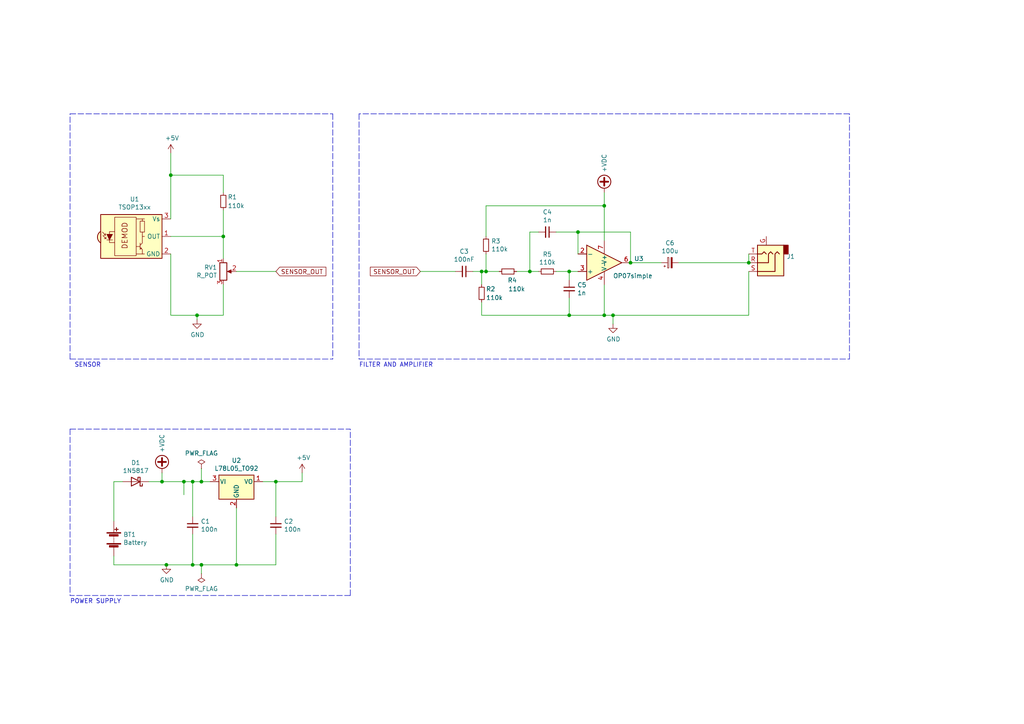
<source format=kicad_sch>
(kicad_sch (version 20211123) (generator eeschema)
  (paper "A4")
  (lib_symbols
    (symbol "Connector:AudioJack3_Ground"
      (property "Reference" "J" (at 0 8.89 0))
      (property "Value" "AudioJack3_Ground" (at 0 6.35 0))
      (symbol "AudioJack3_Ground_0_1"
        (rectangle (start -5.08 -2.54) (end -6.35 -5.08) (stroke (width 0.254)) (fill (type outline)))
        (polyline (pts (xy 0 -2.54) (xy 0.635 -3.175) (xy 1.27 -2.54) (xy 2.54 -2.54)) (stroke (width 0.254)))
        (polyline (pts (xy -1.905 -2.54) (xy -1.27 -3.175) (xy -0.635 -2.54) (xy -0.635 0) (xy 2.54 0)) (stroke (width 0.254)))
        (polyline (pts (xy 2.54 2.54) (xy -2.54 2.54) (xy -2.54 -2.54) (xy -3.175 -3.175) (xy -3.81 -2.54)) (stroke (width 0.254)))
        (rectangle (start 2.54 3.81) (end -5.08 -5.08) (stroke (width 0.254)) (fill (type background)))
      )
      (symbol "AudioJack3_Ground_1_1"
        (pin passive line (at 0 -7.62 90) (length 2.54) (name "~") (number "G"))
        (pin passive line (at 5.08 0 180) (length 2.54) (name "~") (number "R"))
        (pin passive line (at 5.08 2.54 180) (length 2.54) (name "~") (number "S"))
        (pin passive line (at 5.08 -2.54 180) (length 2.54) (name "~") (number "T"))
      )
    )
    (symbol "Device:Battery" (pin_numbers hide) (pin_names (offset 0) hide)
      (property "Reference" "BT" (at 2.54 2.54 0))
      (property "Value" "Battery" (at 2.54 0 0))
      (symbol "Battery_0_1"
        (rectangle (start -2.032 -1.397) (end 2.032 -1.651) (fill (type outline)))
        (rectangle (start -2.032 1.778) (end 2.032 1.524) (fill (type outline)))
        (rectangle (start -1.3208 -1.9812) (end 1.27 -2.4892) (fill (type outline)))
        (rectangle (start -1.3208 1.1938) (end 1.27 0.6858) (fill (type outline)))
        (polyline (pts (xy 0 -1.524) (xy 0 -1.27)))
        (polyline (pts (xy 0 -1.016) (xy 0 -0.762)))
        (polyline (pts (xy 0 -0.508) (xy 0 -0.254)))
        (polyline (pts (xy 0 0) (xy 0 0.254)))
        (polyline (pts (xy 0 0.508) (xy 0 0.762)))
        (polyline (pts (xy 0 1.778) (xy 0 2.54)))
        (polyline (pts (xy 0.254 2.667) (xy 1.27 2.667)) (stroke (width 0.254)))
        (polyline (pts (xy 0.762 3.175) (xy 0.762 2.159)) (stroke (width 0.254)))
      )
      (symbol "Battery_1_1"
        (pin passive line (at 0 5.08 270) (length 2.54) (name "+") (number "1"))
        (pin passive line (at 0 -5.08 90) (length 2.54) (name "-") (number "2"))
      )
    )
    (symbol "Device:CP_Small" (pin_numbers hide) (pin_names (offset 0.254) hide)
      (property "Reference" "C" (at 0.254 1.778 0))
      (property "Value" "Device_CP_Small" (at 0.254 -2.032 0))
      (symbol "CP_Small_0_1"
        (rectangle (start -1.524 -0.3048) (end 1.524 -0.6858) (fill (type outline)))
        (rectangle (start -1.524 0.6858) (end 1.524 0.3048))
        (polyline (pts (xy -1.27 1.524) (xy -0.762 1.524)))
        (polyline (pts (xy -1.016 1.27) (xy -1.016 1.778)))
      )
      (symbol "CP_Small_1_1"
        (pin passive line (at 0 2.54 270) (length 1.8542) (name "~") (number "1"))
        (pin passive line (at 0 -2.54 90) (length 1.8542) (name "~") (number "2"))
      )
    )
    (symbol "Device:C_Small" (pin_numbers hide) (pin_names (offset 0.254) hide)
      (property "Reference" "C" (at 0.254 1.778 0))
      (property "Value" "C_Small" (at 0.254 -2.032 0))
      (symbol "C_Small_0_1"
        (polyline (pts (xy -1.524 -0.508) (xy 1.524 -0.508)) (stroke (width 0.3302)))
        (polyline (pts (xy -1.524 0.508) (xy 1.524 0.508)) (stroke (width 0.3048)))
      )
      (symbol "C_Small_1_1"
        (pin passive line (at 0 2.54 270) (length 2.032) (name "~") (number "1"))
        (pin passive line (at 0 -2.54 90) (length 2.032) (name "~") (number "2"))
      )
    )
    (symbol "Device:R_POT" (pin_names (offset 1.016) hide)
      (property "Reference" "RV" (at -4.445 0 90))
      (property "Value" "Device_R_POT" (at -2.54 0 90))
      (symbol "R_POT_0_1"
        (polyline (pts (xy 2.54 0) (xy 1.524 0)))
        (polyline (pts (xy 1.143 0) (xy 2.286 0.508) (xy 2.286 -0.508) (xy 1.143 0)) (fill (type outline)))
        (rectangle (start 1.016 2.54) (end -1.016 -2.54) (stroke (width 0.254)))
      )
      (symbol "R_POT_1_1"
        (pin passive line (at 0 3.81 270) (length 1.27) (name "1") (number "1"))
        (pin passive line (at 3.81 0 180) (length 1.27) (name "2") (number "2"))
        (pin passive line (at 0 -3.81 90) (length 1.27) (name "3") (number "3"))
      )
    )
    (symbol "Device:R_Small" (pin_numbers hide) (pin_names (offset 0.254) hide)
      (property "Reference" "R" (at 0.762 0.508 0))
      (property "Value" "R_Small" (at 0.762 -1.016 0))
      (symbol "R_Small_0_1"
        (rectangle (start -0.762 1.778) (end 0.762 -1.778) (stroke (width 0.2032)))
      )
      (symbol "R_Small_1_1"
        (pin passive line (at 0 2.54 270) (length 0.762) (name "~") (number "1"))
        (pin passive line (at 0 -2.54 90) (length 0.762) (name "~") (number "2"))
      )
    )
    (symbol "Diode:1N5817" (pin_numbers hide) (pin_names (offset 1.016) hide)
      (property "Reference" "D" (at 0 2.54 0))
      (property "Value" "1N5817" (at 0 -2.54 0))
      (symbol "1N5817_0_1"
        (polyline (pts (xy 1.27 0) (xy -1.27 0)))
        (polyline (pts (xy 1.27 1.27) (xy 1.27 -1.27) (xy -1.27 0) (xy 1.27 1.27)) (stroke (width 0.254)))
        (polyline (pts (xy -1.905 0.635) (xy -1.905 1.27) (xy -1.27 1.27) (xy -1.27 -1.27) (xy -0.635 -1.27) (xy -0.635 -0.635)) (stroke (width 0.254)))
      )
      (symbol "1N5817_1_1"
        (pin passive line (at -3.81 0 0) (length 2.54) (name "K") (number "1"))
        (pin passive line (at 3.81 0 180) (length 2.54) (name "A") (number "2"))
      )
    )
    (symbol "Regulator_Linear:L78L05_TO92" (pin_names (offset 0.254))
      (property "Reference" "U" (at -3.81 3.175 0))
      (property "Value" "L78L05_TO92" (at 0 3.175 0))
      (symbol "L78L05_TO92_0_1"
        (rectangle (start -5.08 -5.08) (end 5.08 1.905) (stroke (width 0.254)) (fill (type background)))
      )
      (symbol "L78L05_TO92_1_1"
        (pin power_out line (at 7.62 0 180) (length 2.54) (name "VO") (number "1"))
        (pin power_in line (at 0 -7.62 90) (length 2.54) (name "GND") (number "2"))
        (pin power_in line (at -7.62 0 0) (length 2.54) (name "VI") (number "3"))
      )
    )
    (symbol "local:OP07simple" (pin_names (offset 0.127))
      (property "Reference" "U" (at 1.27 6.35 0))
      (property "Value" "OP07simple" (at 1.27 3.81 0))
      (symbol "OP07simple_0_1"
        (polyline (pts (xy -5.08 5.08) (xy 5.08 0) (xy -5.08 -5.08) (xy -5.08 5.08)) (stroke (width 0.254)) (fill (type background)))
      )
      (symbol "OP07simple_1_1"
        (pin no_connect line (at -2.54 0 90) (length 0) hide (name "~") (number "1"))
        (pin input line (at -7.62 2.54 0) (length 2.54) (name "-") (number "2"))
        (pin input line (at -7.62 -2.54 0) (length 2.54) (name "+") (number "3"))
        (pin power_in line (at 0 -6.35 90) (length 3.81) (name "V-") (number "4"))
        (pin no_connect line (at -1.27 0 90) (length 0) hide (name "NC") (number "5"))
        (pin output line (at 7.62 0 180) (length 2.54) (name "~") (number "6"))
        (pin power_in line (at 0 6.35 270) (length 3.81) (name "V+") (number "7"))
        (pin no_connect line (at 1.27 0 90) (length 0) hide (name "~") (number "8"))
      )
    )
    (symbol "local:TSOP13xx"
      (property "Reference" "U" (at -10.16 7.62 0))
      (property "Value" "TSOP13xx" (at -10.16 -7.62 0))
      (symbol "TSOP13xx_0_0"
        (arc (start -10.287 1.397) (mid -11.0899 -0.1852) (end -10.287 -1.778) (stroke (width 0.254)) (fill (type background)))
        (polyline (pts (xy 1.905 -5.08) (xy 0.127 -5.08)))
        (polyline (pts (xy 1.905 5.08) (xy 0.127 5.08)))
        (text "DEMOD" (at -3.175 0.254 900) (effects (font (size 1.524 1.524))))
      )
      (symbol "TSOP13xx_0_1"
        (rectangle (start -6.096 5.588) (end 0.127 -5.588))
        (polyline (pts (xy -8.763 0.381) (xy -9.652 1.27)))
        (polyline (pts (xy -8.763 0.381) (xy -9.271 0.381)))
        (polyline (pts (xy -8.763 0.381) (xy -8.763 0.889)))
        (polyline (pts (xy -8.636 -0.635) (xy -9.525 0.254)))
        (polyline (pts (xy -8.636 -0.635) (xy -9.144 -0.635)))
        (polyline (pts (xy -8.636 -0.635) (xy -8.636 -0.127)))
        (polyline (pts (xy -8.382 -1.016) (xy -6.731 -1.016)))
        (polyline (pts (xy 1.27 -2.921) (xy 0.127 -2.921)))
        (polyline (pts (xy 1.27 -1.905) (xy 1.27 -3.81)))
        (polyline (pts (xy 1.397 -3.556) (xy 1.524 -3.556)))
        (polyline (pts (xy 1.651 -3.556) (xy 1.524 -3.556)))
        (polyline (pts (xy 1.651 -3.556) (xy 1.651 -3.302)))
        (polyline (pts (xy 1.905 0) (xy 1.905 1.27)))
        (polyline (pts (xy 1.905 4.445) (xy 1.905 5.08) (xy 2.54 5.08)))
        (polyline (pts (xy -8.382 0.635) (xy -6.731 0.635) (xy -7.62 -1.016) (xy -8.382 0.635)) (fill (type outline)))
        (polyline (pts (xy -6.096 1.397) (xy -7.62 1.397) (xy -7.62 -1.778) (xy -6.096 -1.778)))
        (polyline (pts (xy 1.27 -3.175) (xy 1.905 -3.81) (xy 1.905 -5.08) (xy 2.54 -5.08)))
        (polyline (pts (xy 1.27 -2.54) (xy 1.905 -1.905) (xy 1.905 0) (xy 2.54 0)))
        (rectangle (start 2.54 1.27) (end 1.27 4.445))
        (rectangle (start 7.62 6.35) (end -10.16 -6.35) (stroke (width 0.254)) (fill (type background)))
      )
      (symbol "TSOP13xx_1_1"
        (pin output line (at 10.16 0 180) (length 2.54) (name "OUT") (number "1"))
        (pin power_in line (at 10.16 -5.08 180) (length 2.54) (name "GND") (number "2"))
        (pin power_in line (at 10.16 5.08 180) (length 2.54) (name "Vs") (number "3"))
      )
    )
    (symbol "power:+5V" (power) (pin_names (offset 0))
      (property "Value" "+5V" (at 0 3.556 0))
      (symbol "+5V_0_1"
        (polyline (pts (xy -0.762 1.27) (xy 0 2.54)))
        (polyline (pts (xy 0 0) (xy 0 2.54)))
        (polyline (pts (xy 0 2.54) (xy 0.762 1.27)))
      )
      (symbol "+5V_1_1"
        (pin power_in line (at 0 0 90) (length 0) hide (name "+5V") (number "1"))
      )
    )
    (symbol "power:+VDC" (power) (pin_names (offset 0))
      (property "Value" "+VDC" (at 0 6.35 0))
      (symbol "+VDC_0_1"
        (polyline (pts (xy -1.143 3.175) (xy 1.143 3.175)) (stroke (width 0.508)))
        (polyline (pts (xy 0 0) (xy 0 1.27)))
        (polyline (pts (xy 0 2.032) (xy 0 4.318)) (stroke (width 0.508)))
        (circle (center 0 3.175) (radius 1.905) (stroke (width 0.254)))
      )
      (symbol "+VDC_1_1"
        (pin power_in line (at 0 0 90) (length 0) hide (name "+VDC") (number "1"))
      )
    )
    (symbol "power:GND" (power) (pin_names (offset 0))
      (property "Value" "GND" (at 0 -3.81 0))
      (symbol "GND_0_1"
        (polyline (pts (xy 0 0) (xy 0 -1.27) (xy 1.27 -1.27) (xy 0 -2.54) (xy -1.27 -1.27) (xy 0 -1.27)))
      )
      (symbol "GND_1_1"
        (pin power_in line (at 0 0 270) (length 0) hide (name "GND") (number "1"))
      )
    )
    (symbol "power:PWR_FLAG" (power) (pin_numbers hide) (pin_names (offset 0) hide)
      (property "Value" "PWR_FLAG" (at 0 3.81 0))
      (symbol "PWR_FLAG_0_0"
        (pin power_out line (at 0 0 90) (length 0) (name "pwr") (number "1"))
      )
      (symbol "PWR_FLAG_0_1"
        (polyline (pts (xy 0 0) (xy 0 1.27) (xy -1.016 1.905) (xy 0 2.54) (xy 1.016 1.905) (xy 0 1.27)))
      )
    )
  )
  (junction (at 49.53 50.8))
  (junction (at 153.67 78.74))
  (junction (at 167.64 67.31))
  (junction (at 58.42 139.7))
  (junction (at 139.7 78.74))
  (junction (at 165.1 78.74))
  (junction (at 55.88 163.83))
  (junction (at 217.17 76.2))
  (junction (at 68.58 163.83))
  (junction (at 46.99 139.7))
  (junction (at 55.88 139.7))
  (junction (at 177.8 91.44))
  (junction (at 53.34 139.7))
  (junction (at 80.01 139.7))
  (junction (at 64.77 68.58))
  (junction (at 140.97 78.74))
  (junction (at 182.88 76.2))
  (junction (at 48.26 163.83))
  (junction (at 165.1 91.44))
  (junction (at 58.42 163.83))
  (junction (at 175.26 59.69))
  (junction (at 57.15 91.44))
  (junction (at 175.26 91.44))
  (wire (pts (xy 55.88 139.7) (xy 58.42 139.7)))
  (wire (pts (xy 58.42 139.7) (xy 60.96 139.7)))
  (wire (pts (xy 49.53 50.8) (xy 64.77 50.8)))
  (polyline (pts (xy 20.32 33.02) (xy 96.52 33.02)))
  (wire (pts (xy 165.1 78.74) (xy 165.1 81.28)))
  (wire (pts (xy 177.8 93.98) (xy 177.8 91.44)))
  (wire (pts (xy 58.42 163.83) (xy 68.58 163.83)))
  (wire (pts (xy 175.26 59.69) (xy 175.26 69.85)))
  (wire (pts (xy 217.17 78.74) (xy 217.17 91.44)))
  (wire (pts (xy 175.26 55.88) (xy 175.26 59.69)))
  (polyline (pts (xy 104.14 33.02) (xy 104.14 104.14)))
  (wire (pts (xy 64.77 68.58) (xy 64.77 74.93)))
  (wire (pts (xy 48.26 163.83) (xy 55.88 163.83)))
  (wire (pts (xy 49.53 68.58) (xy 64.77 68.58)))
  (wire (pts (xy 46.99 137.16) (xy 46.99 139.7)))
  (wire (pts (xy 33.02 161.29) (xy 33.02 163.83)))
  (wire (pts (xy 137.16 78.74) (xy 139.7 78.74)))
  (wire (pts (xy 165.1 78.74) (xy 167.64 78.74)))
  (wire (pts (xy 43.18 139.7) (xy 46.99 139.7)))
  (wire (pts (xy 165.1 86.36) (xy 165.1 91.44)))
  (wire (pts (xy 64.77 60.96) (xy 64.77 68.58)))
  (wire (pts (xy 139.7 87.63) (xy 139.7 91.44)))
  (wire (pts (xy 55.88 149.86) (xy 55.88 139.7)))
  (wire (pts (xy 53.34 139.7) (xy 55.88 139.7)))
  (polyline (pts (xy 20.32 104.14) (xy 20.32 33.02)))
  (wire (pts (xy 153.67 67.31) (xy 153.67 78.74)))
  (polyline (pts (xy 246.38 104.14) (xy 246.38 33.02)))
  (wire (pts (xy 33.02 163.83) (xy 48.26 163.83)))
  (wire (pts (xy 175.26 82.55) (xy 175.26 91.44)))
  (wire (pts (xy 68.58 163.83) (xy 68.58 147.32)))
  (wire (pts (xy 87.63 139.7) (xy 87.63 137.16)))
  (wire (pts (xy 140.97 78.74) (xy 144.78 78.74)))
  (wire (pts (xy 161.29 67.31) (xy 167.64 67.31)))
  (wire (pts (xy 182.88 67.31) (xy 182.88 76.2)))
  (wire (pts (xy 140.97 73.66) (xy 140.97 78.74)))
  (polyline (pts (xy 104.14 104.14) (xy 246.38 104.14)))
  (wire (pts (xy 57.15 92.71) (xy 57.15 91.44)))
  (wire (pts (xy 175.26 91.44) (xy 177.8 91.44)))
  (wire (pts (xy 49.53 73.66) (xy 49.53 91.44)))
  (wire (pts (xy 68.58 163.83) (xy 80.01 163.83)))
  (wire (pts (xy 64.77 82.55) (xy 64.77 91.44)))
  (wire (pts (xy 80.01 163.83) (xy 80.01 154.94)))
  (wire (pts (xy 139.7 82.55) (xy 139.7 78.74)))
  (wire (pts (xy 139.7 91.44) (xy 165.1 91.44)))
  (wire (pts (xy 46.99 139.7) (xy 53.34 139.7)))
  (wire (pts (xy 156.21 67.31) (xy 153.67 67.31)))
  (wire (pts (xy 167.64 67.31) (xy 182.88 67.31)))
  (wire (pts (xy 80.01 139.7) (xy 87.63 139.7)))
  (wire (pts (xy 196.85 76.2) (xy 217.17 76.2)))
  (wire (pts (xy 121.92 78.74) (xy 132.08 78.74)))
  (wire (pts (xy 217.17 73.66) (xy 217.17 76.2)))
  (wire (pts (xy 153.67 78.74) (xy 156.21 78.74)))
  (polyline (pts (xy 101.6 172.72) (xy 101.6 124.46)))
  (wire (pts (xy 140.97 59.69) (xy 175.26 59.69)))
  (wire (pts (xy 33.02 139.7) (xy 35.56 139.7)))
  (wire (pts (xy 167.64 67.31) (xy 167.64 73.66)))
  (wire (pts (xy 177.8 91.44) (xy 217.17 91.44)))
  (wire (pts (xy 149.86 78.74) (xy 153.67 78.74)))
  (wire (pts (xy 49.53 91.44) (xy 57.15 91.44)))
  (polyline (pts (xy 101.6 172.72) (xy 20.32 172.72)))
  (wire (pts (xy 53.34 139.7) (xy 53.34 143.51)))
  (wire (pts (xy 140.97 68.58) (xy 140.97 59.69)))
  (wire (pts (xy 80.01 139.7) (xy 80.01 149.86)))
  (wire (pts (xy 33.02 139.7) (xy 33.02 151.13)))
  (wire (pts (xy 139.7 78.74) (xy 140.97 78.74)))
  (wire (pts (xy 55.88 154.94) (xy 55.88 163.83)))
  (wire (pts (xy 49.53 44.45) (xy 49.53 50.8)))
  (wire (pts (xy 76.2 139.7) (xy 80.01 139.7)))
  (wire (pts (xy 49.53 50.8) (xy 49.53 63.5)))
  (wire (pts (xy 58.42 135.89) (xy 58.42 139.7)))
  (wire (pts (xy 182.88 76.2) (xy 191.77 76.2)))
  (wire (pts (xy 64.77 50.8) (xy 64.77 55.88)))
  (polyline (pts (xy 20.32 124.46) (xy 20.32 172.72)))
  (polyline (pts (xy 246.38 33.02) (xy 104.14 33.02)))
  (polyline (pts (xy 20.32 124.46) (xy 101.6 124.46)))
  (wire (pts (xy 58.42 163.83) (xy 58.42 166.37)))
  (wire (pts (xy 55.88 163.83) (xy 58.42 163.83)))
  (wire (pts (xy 165.1 91.44) (xy 175.26 91.44)))
  (polyline (pts (xy 96.52 33.02) (xy 96.52 104.14)))
  (wire (pts (xy 161.29 78.74) (xy 165.1 78.74)))
  (polyline (pts (xy 20.32 104.14) (xy 96.52 104.14)))
  (wire (pts (xy 57.15 91.44) (xy 64.77 91.44)))
  (wire (pts (xy 68.58 78.74) (xy 80.01 78.74)))
  (text "SENSOR" (at 21.59 106.68 0) (effects (font (size 1.27 1.27)) (justify left bottom)))
  (text "POWER SUPPLY\n" (at 20.32 175.26 0) (effects (font (size 1.27 1.27)) (justify left bottom)))
  (text "FILTER AND AMPLIFIER" (at 104.14 106.68 0) (effects (font (size 1.27 1.27)) (justify left bottom)))
  (global_label "SENSOR_OUT" (shape input) (at 121.92 78.74 180) (property "Intersheet References" "${INTERSHEET_REFS}" (effects hide)))
  (global_label "SENSOR_OUT" (shape input) (at 80.01 78.74 0) (property "Intersheet References" "${INTERSHEET_REFS}" (effects hide)))
  (symbol (lib_id "power:+VDC") (at 175.26 55.88 0) (unit 1)
    (property "Reference" "#PWR06" (effects hide))
    (property "Value" "+VDC" (at 175.26 50.038 90) (effects (justify left)))
  )
  (symbol (lib_id "power:GND") (at 177.8 93.98 0) (unit 1)
    (property "Reference" "#PWR07" (effects hide))
    (property "Value" "GND" (at 177.927 98.3742 0))
  )
  (symbol (lib_id "local:OP07simple") (at 175.26 76.2 0) (unit 1)
    (property "Reference" "U3" (at 183.9214 75.0316 0) (effects (justify left)))
    (property "Value" "OP07simple" (at 177.8 80.01 0) (effects (justify left)))
    (property "Footprint" "Package_DIP:DIP-8_W7.62mm_Socket" (effects hide))
  )
  (symbol (lib_id "Device:R_Small") (at 158.75 78.74 90) (unit 1)
    (property "Reference" "R5" (at 158.75 73.7616 90))
    (property "Value" "110k" (at 158.75 76.073 90))
    (property "Footprint" "Resistor_THT:R_Axial_DIN0207_L6.3mm_D2.5mm_P10.16mm_Horizontal" (effects hide))
  )
  (symbol (lib_id "Device:R_Small") (at 147.32 78.74 270) (unit 1)
    (property "Reference" "R4" (at 148.59 81.28 90))
    (property "Value" "110k" (at 149.86 83.82 90))
    (property "Footprint" "Resistor_THT:R_Axial_DIN0207_L6.3mm_D2.5mm_P10.16mm_Horizontal" (effects hide))
  )
  (symbol (lib_id "Device:C_Small") (at 165.1 83.82 0) (unit 1)
    (property "Reference" "C5" (at 167.4368 82.6516 0) (effects (justify left)))
    (property "Value" "1n" (at 167.4368 84.963 0) (effects (justify left)))
    (property "Footprint" "Capacitor_THT:C_Rect_L10.0mm_W5.0mm_P5.00mm_P7.50mm" (effects hide))
  )
  (symbol (lib_id "Device:C_Small") (at 158.75 67.31 270) (unit 1)
    (property "Reference" "C4" (at 158.75 61.4934 90))
    (property "Value" "1n" (at 158.75 63.8048 90))
    (property "Footprint" "Capacitor_THT:C_Rect_L10.0mm_W5.0mm_P5.00mm_P7.50mm" (effects hide))
  )
  (symbol (lib_id "Device:C_Small") (at 134.62 78.74 270) (unit 1)
    (property "Reference" "C3" (at 134.62 72.9234 90))
    (property "Value" "100nF" (at 134.62 75.2348 90))
    (property "Footprint" "Capacitor_THT:C_Disc_D10.0mm_W2.5mm_P5.00mm" (effects hide))
  )
  (symbol (lib_id "Device:R_Small") (at 140.97 71.12 0) (unit 1)
    (property "Reference" "R3" (at 142.4686 69.9516 0) (effects (justify left)))
    (property "Value" "110k" (at 142.4686 72.263 0) (effects (justify left)))
    (property "Footprint" "Resistor_THT:R_Axial_DIN0207_L6.3mm_D2.5mm_P10.16mm_Horizontal" (effects hide))
  )
  (symbol (lib_id "Device:R_Small") (at 139.7 85.09 0) (unit 1)
    (property "Reference" "R2" (at 140.97 83.82 0) (effects (justify left)))
    (property "Value" "110k" (at 140.97 86.36 0) (effects (justify left)))
    (property "Footprint" "Resistor_THT:R_Axial_DIN0207_L6.3mm_D2.5mm_P10.16mm_Horizontal" (effects hide))
  )
  (symbol (lib_id "Device:R_POT") (at 64.77 78.74 0) (unit 1)
    (property "Reference" "RV1" (at 62.992 77.5716 0) (effects (justify right)))
    (property "Value" "R_POT" (at 62.992 79.883 0) (effects (justify right)))
    (property "Footprint" "Potentiometer_THT:Potentiometer_Piher_PC-16_Single_Horizontal" (effects hide))
  )
  (symbol (lib_id "Device:CP_Small") (at 194.31 76.2 90) (unit 1)
    (property "Reference" "C6" (at 194.31 70.485 90))
    (property "Value" "100u" (at 194.31 72.7964 90))
    (property "Footprint" "Capacitor_THT:CP_Radial_D6.3mm_P2.50mm" (effects hide))
  )
  (symbol (lib_id "local:TSOP13xx") (at 39.37 68.58 0) (unit 1)
    (property "Reference" "U1" (at 39.0398 57.785 0))
    (property "Value" "TSOP13xx" (at 39.0398 60.0964 0))
    (property "Footprint" "OptoDevice:Vishay_MINIMOLD-3Pin" (effects hide))
    (property "Datasheet" "http://www.micropik.com/PDF/tsop17xx.pdf" (effects hide))
  )
  (symbol (lib_id "power:+5V") (at 49.53 44.45 0) (unit 1)
    (property "Reference" "#PWR03" (effects hide))
    (property "Value" "+5V" (at 49.911 40.0558 0))
  )
  (symbol (lib_id "Connector:AudioJack3_Ground") (at 222.25 76.2 180) (unit 1)
    (property "Reference" "J1" (at 228.1682 74.3966 0) (effects (justify right)))
    (property "Value" "AudioJack3_Ground" (effects hide))
    (property "Footprint" "40khz:TruConnect_3.5mm_StereoSocket" (effects hide))
  )
  (symbol (lib_id "Device:Battery") (at 33.02 156.21 0) (unit 1)
    (property "Reference" "BT1" (at 35.7632 155.0416 0) (effects (justify left)))
    (property "Value" "Battery" (at 35.7632 157.353 0) (effects (justify left)))
    (property "Footprint" "40khz:Battery_Keystone_968" (effects hide))
  )
  (symbol (lib_id "Regulator_Linear:L78L05_TO92") (at 68.58 139.7 0) (unit 1)
    (property "Reference" "U2" (at 68.58 133.5532 0))
    (property "Value" "L78L05_TO92" (at 68.58 135.8646 0))
    (property "Footprint" "Package_TO_SOT_THT:TO-92_Inline" (effects hide))
    (property "Datasheet" "http://www.st.com/content/ccc/resource/technical/document/datasheet/15/55/e5/aa/23/5b/43/fd/CD00000446.pdf/files/CD00000446.pdf/jcr:content/translations/en.CD00000446.pdf" (effects hide))
  )
  (symbol (lib_id "power:+VDC") (at 46.99 137.16 0) (unit 1)
    (property "Reference" "#PWR01" (effects hide))
    (property "Value" "+VDC" (at 46.99 131.318 90) (effects (justify left)))
  )
  (symbol (lib_id "power:GND") (at 48.26 163.83 0) (unit 1)
    (property "Reference" "#PWR02" (effects hide))
    (property "Value" "GND" (at 48.387 168.2242 0))
  )
  (symbol (lib_id "power:+5V") (at 87.63 137.16 0) (unit 1)
    (property "Reference" "#PWR05" (effects hide))
    (property "Value" "+5V" (at 88.011 132.7658 0))
  )
  (symbol (lib_id "Device:C_Small") (at 55.88 152.4 0) (unit 1)
    (property "Reference" "C1" (at 58.2168 151.2316 0) (effects (justify left)))
    (property "Value" "100n" (at 58.2168 153.543 0) (effects (justify left)))
    (property "Footprint" "Capacitor_THT:C_Disc_D10.0mm_W2.5mm_P5.00mm" (effects hide))
  )
  (symbol (lib_id "Device:C_Small") (at 80.01 152.4 0) (unit 1)
    (property "Reference" "C2" (at 82.3468 151.2316 0) (effects (justify left)))
    (property "Value" "100n" (at 82.3468 153.543 0) (effects (justify left)))
    (property "Footprint" "Capacitor_THT:C_Disc_D10.0mm_W2.5mm_P5.00mm" (effects hide))
  )
  (symbol (lib_id "Diode:1N5817") (at 39.37 139.7 180) (unit 1)
    (property "Reference" "D1" (at 39.37 134.2136 0))
    (property "Value" "1N5817" (at 39.37 136.525 0))
    (property "Footprint" "Diode_THT:D_DO-41_SOD81_P10.16mm_Horizontal" (effects hide))
    (property "Datasheet" "http://www.vishay.com/docs/88525/1n5817.pdf" (effects hide))
  )
  (symbol (lib_id "power:GND") (at 57.15 92.71 0) (unit 1)
    (property "Reference" "#PWR04" (effects hide))
    (property "Value" "GND" (at 57.277 97.1042 0))
  )
  (symbol (lib_id "power:PWR_FLAG") (at 58.42 135.89 0) (unit 1)
    (property "Reference" "#FLG01" (effects hide))
    (property "Value" "PWR_FLAG" (at 58.42 131.4704 0))
  )
  (symbol (lib_id "power:PWR_FLAG") (at 58.42 166.37 180) (unit 1)
    (property "Reference" "#FLG02" (effects hide))
    (property "Value" "PWR_FLAG" (at 58.42 170.7642 0))
  )
  (symbol (lib_id "Device:R_Small") (at 64.77 58.42 0) (unit 1)
    (property "Reference" "R1" (at 66.04 57.15 0) (effects (justify left)))
    (property "Value" "110k" (at 66.04 59.69 0) (effects (justify left)))
    (property "Footprint" "Resistor_THT:R_Axial_DIN0207_L6.3mm_D2.5mm_P10.16mm_Horizontal" (effects hide))
  )
)
</source>
